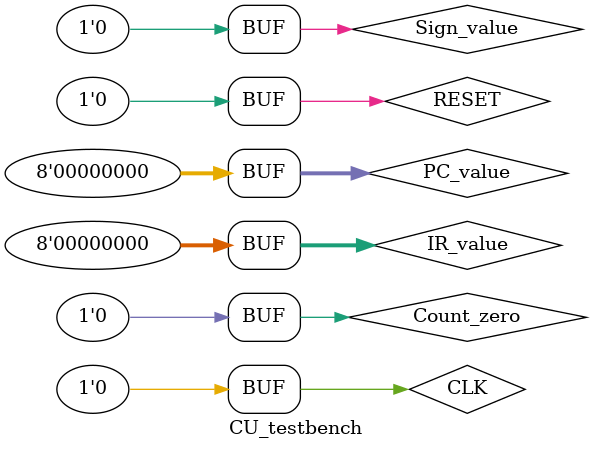
<source format=v>
`timescale 1ns / 1ps


module CU_testbench;

	// Inputs
	reg [7:0] IR_value;
	reg [7:0] PC_value;
	reg CLK;
	reg RESET;
	reg Sign_value;
	reg Count_zero;

	// Outputs
	wire Load_MAX_R;
	wire Load_MIN_R;
	wire Load_R0;
	wire Load_COUNT_R;
	wire Load_SUM_R;
	wire Load_PC;
	wire Load_IR;
	wire Load_TEMP_R;
	wire Load_ADDRESS_R;
	wire Load_TEMP_ADD_R;
	wire Load_OPERAND_A_R;
	wire Load_OPERAND_B_R;
	wire INC_PC;
	wire INC_TEMP_AR;
	wire Dec_COUNT;
	wire [2:0] Select_BUS_1_MUX;
	wire [1:0] Select_BUS_2_MUX;
	wire Select_MEMORY_DEMUX;
	wire Load_SIGN_DFF;
	wire Load_ZERO_DFF;
	wire [1:0] Select_ALU_OP;
	wire Write_MEMORY;

	// Instantiate the Unit Under Test (UUT)
	ControlUnit uut (
		.IR_value(IR_value), 
		.PC_value(PC_value), 
		.CLK(CLK), 
		.RESET(RESET), 
		.Sign_value(Sign_value), 
		.Count_zero(Count_zero), 
		.Load_MAX_R(Load_MAX_R), 
		.Load_MIN_R(Load_MIN_R), 
		.Load_R0(Load_R0), 
		.Load_COUNT_R(Load_COUNT_R), 
		.Load_SUM_R(Load_SUM_R), 
		.Load_PC(Load_PC), 
		.Load_IR(Load_IR), 
		.Load_TEMP_R(Load_TEMP_R), 
		.Load_ADDRESS_R(Load_ADDRESS_R), 
		.Load_TEMP_ADD_R(Load_TEMP_ADD_R), 
		.Load_OPERAND_A_R(Load_OPERAND_A_R), 
		.Load_OPERAND_B_R(Load_OPERAND_B_R), 
		.INC_PC(INC_PC), 
		.INC_TEMP_AR(INC_TEMP_AR), 
		.Dec_COUNT(Dec_COUNT), 
		.Select_BUS_1_MUX(Select_BUS_1_MUX), 
		.Select_BUS_2_MUX(Select_BUS_2_MUX), 
		.Select_MEMORY_DEMUX(Select_MEMORY_DEMUX), 
		.Load_SIGN_DFF(Load_SIGN_DFF), 
		.Load_ZERO_DFF(Load_ZERO_DFF), 
		.Select_ALU_OP(Select_ALU_OP), 
		.Write_MEMORY(Write_MEMORY)
	);

	initial begin
		// Initialize Inputs
		IR_value = 0;
		PC_value = 0;
		CLK = 0;
		RESET = 0;
		Sign_value = 0;
		Count_zero = 0;

		// Wait 100 ns for global reset to finish
		#100;
        
		// Add stimulus here

	end
      
endmodule


</source>
